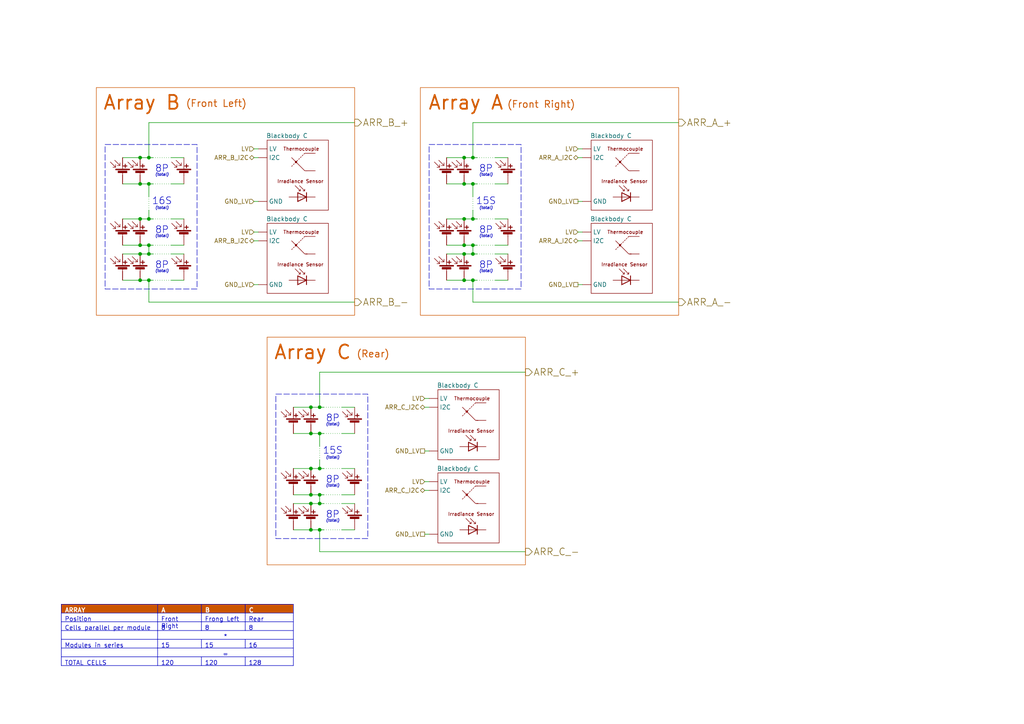
<source format=kicad_sch>
(kicad_sch (version 20250114) (generator "eeschema") (generator_version "9.0")
  (paper "A4")
  (title_block (title "Array"))
  (lib_symbols
    (symbol "BlackbodyC_1"
      (property "Value" "Blackbody C" (at -3.302 11.43 0))
      (symbol "BlackbodyC_1_0_1"
        (rectangle (start -8.89 10.16) (end 8.89 -10.16))
        (polyline (pts (xy -1.524 2.794) (xy -1.778 2.54)))
        (polyline (pts (xy -1.016 3.302) (xy -1.27 3.048)))
        (polyline (pts (xy -0.762 -3.048) (xy 0.762 -4.572) (xy 0.762 -4.064) (xy 0.762 -4.572) (xy 0.254 -4.572)))
        (circle (center -0.508 3.81) (radius 0.254) (fill (type outline)))
        (polyline (pts (xy -0.508 3.81) (xy -0.762 3.556)))
        (polyline (pts (xy 0 4.318) (xy -0.254 4.064)))
        (polyline (pts (xy 0 -6.35) (xy 2.54 -6.35)))
        (polyline (pts (xy 0 -6.35) (xy -1.27 -6.35) (xy -2.54 -6.35)))
        (polyline (pts (xy 0 -7.62) (xy 0 -5.08) (xy 2.54 -6.35) (xy 0 -7.62)) (stroke (width 0.254)))
        (polyline (pts (xy 0.508 4.826) (xy 0.254 4.572)))
        (polyline (pts (xy 0.508 -3.048) (xy 2.032 -4.572) (xy 2.032 -4.064)))
        (polyline (pts (xy 1.016 5.334) (xy 0.762 5.08)))
        (polyline (pts (xy 1.524 5.842) (xy 1.27 5.588)))
        (polyline (pts (xy 2.032 6.35) (xy 1.778 6.096)))
        (polyline (pts (xy 2.032 -4.572) (xy 1.524 -4.572)))
        (polyline (pts (xy 2.54 6.35) (xy 2.032 6.35)))
        (polyline (pts (xy 2.54 6.35) (xy 5.08 6.35)))
        (polyline (pts (xy 2.54 1.27) (xy 2.286 1.27)))
        (polyline (pts (xy 2.54 1.27) (xy 5.08 1.27)))
        (polyline (pts (xy 2.54 -5.08) (xy 2.54 -7.62)) (stroke (width 0.254)))
        (polyline (pts (xy 2.54 -6.35) (xy 5.08 -6.35)))
        (polyline (pts (xy 2.794 1.27) (xy 2.032 1.27) (xy -1.778 5.08)))
      )
      (symbol "BlackbodyC_1_1_1"
        (text "Irradiance Sensor" (at 0.762 -1.778 0) (effects (font (size 1 1))))
        (text "Thermocouple" (at 1.016 7.62 0) (effects (font (size 1 1))))
        (pin passive line (at -11.43 7.62 0) (length 2.54) (name "LV") (number ""))
        (pin passive line (at -11.43 5.08 0) (length 2.54) (name "I2C") (number ""))
        (pin passive line (at -11.43 -7.62 0) (length 2.54) (name "GND") (number ""))
      )
    )
    (symbol "BlackbodyC_6"
      (property "Value" "Blackbody C" (at -3.302 11.43 0))
      (symbol "BlackbodyC_6_0_1"
        (rectangle (start -8.89 10.16) (end 8.89 -10.16))
        (polyline (pts (xy -1.524 2.794) (xy -1.778 2.54)))
        (polyline (pts (xy -1.016 3.302) (xy -1.27 3.048)))
        (polyline (pts (xy -0.762 -3.048) (xy 0.762 -4.572) (xy 0.762 -4.064) (xy 0.762 -4.572) (xy 0.254 -4.572)))
        (circle (center -0.508 3.81) (radius 0.254) (fill (type outline)))
        (polyline (pts (xy -0.508 3.81) (xy -0.762 3.556)))
        (polyline (pts (xy 0 4.318) (xy -0.254 4.064)))
        (polyline (pts (xy 0 -6.35) (xy 2.54 -6.35)))
        (polyline (pts (xy 0 -6.35) (xy -1.27 -6.35) (xy -2.54 -6.35)))
        (polyline (pts (xy 0 -7.62) (xy 0 -5.08) (xy 2.54 -6.35) (xy 0 -7.62)) (stroke (width 0.254)))
        (polyline (pts (xy 0.508 4.826) (xy 0.254 4.572)))
        (polyline (pts (xy 0.508 -3.048) (xy 2.032 -4.572) (xy 2.032 -4.064)))
        (polyline (pts (xy 1.016 5.334) (xy 0.762 5.08)))
        (polyline (pts (xy 1.524 5.842) (xy 1.27 5.588)))
        (polyline (pts (xy 2.032 6.35) (xy 1.778 6.096)))
        (polyline (pts (xy 2.032 -4.572) (xy 1.524 -4.572)))
        (polyline (pts (xy 2.54 6.35) (xy 2.032 6.35)))
        (polyline (pts (xy 2.54 6.35) (xy 5.08 6.35)))
        (polyline (pts (xy 2.54 1.27) (xy 2.286 1.27)))
        (polyline (pts (xy 2.54 1.27) (xy 5.08 1.27)))
        (polyline (pts (xy 2.54 -5.08) (xy 2.54 -7.62)) (stroke (width 0.254)))
        (polyline (pts (xy 2.54 -6.35) (xy 5.08 -6.35)))
        (polyline (pts (xy 2.794 1.27) (xy 2.032 1.27) (xy -1.778 5.08)))
      )
      (symbol "BlackbodyC_6_1_1"
        (text "Irradiance Sensor" (at 0.762 -1.778 0) (effects (font (size 1 1))))
        (text "Thermocouple" (at 1.016 7.62 0) (effects (font (size 1 1))))
        (pin passive line (at -11.43 7.62 0) (length 2.54) (name "LV") (number ""))
        (pin passive line (at -11.43 5.08 0) (length 2.54) (name "I2C") (number ""))
        (pin passive line (at -11.43 -7.62 0) (length 2.54) (name "GND") (number ""))
      )
    )
    (symbol "BlackbodyC_7"
      (property "Value" "Blackbody C" (at -3.302 11.43 0))
      (symbol "BlackbodyC_7_0_1"
        (rectangle (start -8.89 10.16) (end 8.89 -10.16))
        (polyline (pts (xy -1.524 2.794) (xy -1.778 2.54)))
        (polyline (pts (xy -1.016 3.302) (xy -1.27 3.048)))
        (polyline (pts (xy -0.762 -3.048) (xy 0.762 -4.572) (xy 0.762 -4.064) (xy 0.762 -4.572) (xy 0.254 -4.572)))
        (circle (center -0.508 3.81) (radius 0.254) (fill (type outline)))
        (polyline (pts (xy -0.508 3.81) (xy -0.762 3.556)))
        (polyline (pts (xy 0 4.318) (xy -0.254 4.064)))
        (polyline (pts (xy 0 -6.35) (xy 2.54 -6.35)))
        (polyline (pts (xy 0 -6.35) (xy -1.27 -6.35) (xy -2.54 -6.35)))
        (polyline (pts (xy 0 -7.62) (xy 0 -5.08) (xy 2.54 -6.35) (xy 0 -7.62)) (stroke (width 0.254)))
        (polyline (pts (xy 0.508 4.826) (xy 0.254 4.572)))
        (polyline (pts (xy 0.508 -3.048) (xy 2.032 -4.572) (xy 2.032 -4.064)))
        (polyline (pts (xy 1.016 5.334) (xy 0.762 5.08)))
        (polyline (pts (xy 1.524 5.842) (xy 1.27 5.588)))
        (polyline (pts (xy 2.032 6.35) (xy 1.778 6.096)))
        (polyline (pts (xy 2.032 -4.572) (xy 1.524 -4.572)))
        (polyline (pts (xy 2.54 6.35) (xy 2.032 6.35)))
        (polyline (pts (xy 2.54 6.35) (xy 5.08 6.35)))
        (polyline (pts (xy 2.54 1.27) (xy 2.286 1.27)))
        (polyline (pts (xy 2.54 1.27) (xy 5.08 1.27)))
        (polyline (pts (xy 2.54 -5.08) (xy 2.54 -7.62)) (stroke (width 0.254)))
        (polyline (pts (xy 2.54 -6.35) (xy 5.08 -6.35)))
        (polyline (pts (xy 2.794 1.27) (xy 2.032 1.27) (xy -1.778 5.08)))
      )
      (symbol "BlackbodyC_7_1_1"
        (text "Irradiance Sensor" (at 0.762 -1.778 0) (effects (font (size 1 1))))
        (text "Thermocouple" (at 1.016 7.62 0) (effects (font (size 1 1))))
        (pin passive line (at -11.43 7.62 0) (length 2.54) (name "LV") (number ""))
        (pin passive line (at -11.43 5.08 0) (length 2.54) (name "I2C") (number ""))
        (pin passive line (at -11.43 -7.62 0) (length 2.54) (name "GND") (number ""))
      )
    )
    (symbol "BlackbodyC_8"
      (property "Value" "Blackbody C" (at -3.302 11.43 0))
      (symbol "BlackbodyC_8_0_1"
        (rectangle (start -8.89 10.16) (end 8.89 -10.16))
        (polyline (pts (xy -1.524 2.794) (xy -1.778 2.54)))
        (polyline (pts (xy -1.016 3.302) (xy -1.27 3.048)))
        (polyline (pts (xy -0.762 -3.048) (xy 0.762 -4.572) (xy 0.762 -4.064) (xy 0.762 -4.572) (xy 0.254 -4.572)))
        (circle (center -0.508 3.81) (radius 0.254) (fill (type outline)))
        (polyline (pts (xy -0.508 3.81) (xy -0.762 3.556)))
        (polyline (pts (xy 0 4.318) (xy -0.254 4.064)))
        (polyline (pts (xy 0 -6.35) (xy 2.54 -6.35)))
        (polyline (pts (xy 0 -6.35) (xy -1.27 -6.35) (xy -2.54 -6.35)))
        (polyline (pts (xy 0 -7.62) (xy 0 -5.08) (xy 2.54 -6.35) (xy 0 -7.62)) (stroke (width 0.254)))
        (polyline (pts (xy 0.508 4.826) (xy 0.254 4.572)))
        (polyline (pts (xy 0.508 -3.048) (xy 2.032 -4.572) (xy 2.032 -4.064)))
        (polyline (pts (xy 1.016 5.334) (xy 0.762 5.08)))
        (polyline (pts (xy 1.524 5.842) (xy 1.27 5.588)))
        (polyline (pts (xy 2.032 6.35) (xy 1.778 6.096)))
        (polyline (pts (xy 2.032 -4.572) (xy 1.524 -4.572)))
        (polyline (pts (xy 2.54 6.35) (xy 2.032 6.35)))
        (polyline (pts (xy 2.54 6.35) (xy 5.08 6.35)))
        (polyline (pts (xy 2.54 1.27) (xy 2.286 1.27)))
        (polyline (pts (xy 2.54 1.27) (xy 5.08 1.27)))
        (polyline (pts (xy 2.54 -5.08) (xy 2.54 -7.62)) (stroke (width 0.254)))
        (polyline (pts (xy 2.54 -6.35) (xy 5.08 -6.35)))
        (polyline (pts (xy 2.794 1.27) (xy 2.032 1.27) (xy -1.778 5.08)))
      )
      (symbol "BlackbodyC_8_1_1"
        (text "Irradiance Sensor" (at 0.762 -1.778 0) (effects (font (size 1 1))))
        (text "Thermocouple" (at 1.016 7.62 0) (effects (font (size 1 1))))
        (pin passive line (at -11.43 7.62 0) (length 2.54) (name "LV") (number ""))
        (pin passive line (at -11.43 5.08 0) (length 2.54) (name "I2C") (number ""))
        (pin passive line (at -11.43 -7.62 0) (length 2.54) (name "GND") (number ""))
      )
    )
    (symbol "BlackbodyC_9"
      (property "Value" "Blackbody C" (at -3.302 11.43 0))
      (symbol "BlackbodyC_9_0_1"
        (rectangle (start -8.89 10.16) (end 8.89 -10.16))
        (polyline (pts (xy -1.524 2.794) (xy -1.778 2.54)))
        (polyline (pts (xy -1.016 3.302) (xy -1.27 3.048)))
        (polyline (pts (xy -0.762 -3.048) (xy 0.762 -4.572) (xy 0.762 -4.064) (xy 0.762 -4.572) (xy 0.254 -4.572)))
        (circle (center -0.508 3.81) (radius 0.254) (fill (type outline)))
        (polyline (pts (xy -0.508 3.81) (xy -0.762 3.556)))
        (polyline (pts (xy 0 4.318) (xy -0.254 4.064)))
        (polyline (pts (xy 0 -6.35) (xy 2.54 -6.35)))
        (polyline (pts (xy 0 -6.35) (xy -1.27 -6.35) (xy -2.54 -6.35)))
        (polyline (pts (xy 0 -7.62) (xy 0 -5.08) (xy 2.54 -6.35) (xy 0 -7.62)) (stroke (width 0.254)))
        (polyline (pts (xy 0.508 4.826) (xy 0.254 4.572)))
        (polyline (pts (xy 0.508 -3.048) (xy 2.032 -4.572) (xy 2.032 -4.064)))
        (polyline (pts (xy 1.016 5.334) (xy 0.762 5.08)))
        (polyline (pts (xy 1.524 5.842) (xy 1.27 5.588)))
        (polyline (pts (xy 2.032 6.35) (xy 1.778 6.096)))
        (polyline (pts (xy 2.032 -4.572) (xy 1.524 -4.572)))
        (polyline (pts (xy 2.54 6.35) (xy 2.032 6.35)))
        (polyline (pts (xy 2.54 6.35) (xy 5.08 6.35)))
        (polyline (pts (xy 2.54 1.27) (xy 2.286 1.27)))
        (polyline (pts (xy 2.54 1.27) (xy 5.08 1.27)))
        (polyline (pts (xy 2.54 -5.08) (xy 2.54 -7.62)) (stroke (width 0.254)))
        (polyline (pts (xy 2.54 -6.35) (xy 5.08 -6.35)))
        (polyline (pts (xy 2.794 1.27) (xy 2.032 1.27) (xy -1.778 5.08)))
      )
      (symbol "BlackbodyC_9_1_1"
        (text "Irradiance Sensor" (at 0.762 -1.778 0) (effects (font (size 1 1))))
        (text "Thermocouple" (at 1.016 7.62 0) (effects (font (size 1 1))))
        (pin passive line (at -11.43 7.62 0) (length 2.54) (name "LV") (number ""))
        (pin passive line (at -11.43 5.08 0) (length 2.54) (name "I2C") (number ""))
        (pin passive line (at -11.43 -7.62 0) (length 2.54) (name "GND") (number ""))
      )
    )
    (symbol "Device:Solar_Cell" (pin_numbers (hide yes)) (pin_names (offset 0) (hide yes))
      (property "Reference" "SC" (at 2.54 2.54 0))
      (property "Value" "Solar_Cell" (at 2.54 0 0))
      (symbol "Solar_Cell_0_1"
        (polyline (pts (xy -2.032 3.048) (xy -2.032 2.286) (xy -2.794 2.286)))
        (polyline (pts (xy -2.032 2.286) (xy -3.556 3.81)))
        (rectangle (start -2.032 1.778) (end 2.032 1.524) (fill (type outline)))
        (rectangle (start -1.3208 1.1938) (end 1.27 0.6858) (fill (type outline)))
        (polyline (pts (xy -0.762 3.556) (xy -0.762 2.794) (xy -1.524 2.794)))
        (polyline (pts (xy -0.762 2.794) (xy -2.286 4.318)))
        (polyline (pts (xy 0 1.778) (xy 0 2.54)))
        (polyline (pts (xy 0 0.762) (xy 0 0)))
        (polyline (pts (xy 0.254 2.667) (xy 1.27 2.667)) (stroke (width 0.254)))
        (polyline (pts (xy 0.762 3.175) (xy 0.762 2.159)) (stroke (width 0.254)))
      )
      (symbol "Solar_Cell_1_1"
        (pin passive line (at 0 5.08 270) (length 2.54) (name "+") (number "1"))
        (pin passive line (at 0 -2.54 90) (length 2.54) (name "-") (number "2"))
      )
    )
    (symbol "lib:BlackbodyC"
      (property "Value" "Blackbody C" (at -3.302 11.43 0))
      (symbol "BlackbodyC_0_1"
        (rectangle (start -8.89 10.16) (end 8.89 -10.16))
        (polyline (pts (xy -1.524 2.794) (xy -1.778 2.54)))
        (polyline (pts (xy -1.016 3.302) (xy -1.27 3.048)))
        (polyline (pts (xy -0.762 -3.048) (xy 0.762 -4.572) (xy 0.762 -4.064) (xy 0.762 -4.572) (xy 0.254 -4.572)))
        (circle (center -0.508 3.81) (radius 0.254) (fill (type outline)))
        (polyline (pts (xy -0.508 3.81) (xy -0.762 3.556)))
        (polyline (pts (xy 0 4.318) (xy -0.254 4.064)))
        (polyline (pts (xy 0 -6.35) (xy 2.54 -6.35)))
        (polyline (pts (xy 0 -6.35) (xy -1.27 -6.35) (xy -2.54 -6.35)))
        (polyline (pts (xy 0 -7.62) (xy 0 -5.08) (xy 2.54 -6.35) (xy 0 -7.62)) (stroke (width 0.254)))
        (polyline (pts (xy 0.508 4.826) (xy 0.254 4.572)))
        (polyline (pts (xy 0.508 -3.048) (xy 2.032 -4.572) (xy 2.032 -4.064)))
        (polyline (pts (xy 1.016 5.334) (xy 0.762 5.08)))
        (polyline (pts (xy 1.524 5.842) (xy 1.27 5.588)))
        (polyline (pts (xy 2.032 6.35) (xy 1.778 6.096)))
        (polyline (pts (xy 2.032 -4.572) (xy 1.524 -4.572)))
        (polyline (pts (xy 2.54 6.35) (xy 2.032 6.35)))
        (polyline (pts (xy 2.54 6.35) (xy 5.08 6.35)))
        (polyline (pts (xy 2.54 1.27) (xy 2.286 1.27)))
        (polyline (pts (xy 2.54 1.27) (xy 5.08 1.27)))
        (polyline (pts (xy 2.54 -5.08) (xy 2.54 -7.62)) (stroke (width 0.254)))
        (polyline (pts (xy 2.54 -6.35) (xy 5.08 -6.35)))
        (polyline (pts (xy 2.794 1.27) (xy 2.032 1.27) (xy -1.778 5.08)))
      )
      (symbol "BlackbodyC_1_1"
        (text "Irradiance Sensor" (at 0.762 -1.778 0) (effects (font (size 1 1))))
        (text "Thermocouple" (at 1.016 7.62 0) (effects (font (size 1 1))))
        (pin passive line (at -11.43 7.62 0) (length 2.54) (name "LV") (number ""))
        (pin passive line (at -11.43 5.08 0) (length 2.54) (name "I2C") (number ""))
        (pin passive line (at -11.43 -7.62 0) (length 2.54) (name "GND") (number ""))
      )
    )
  )
  (rectangle (start 124.46 41.91) (end 151.13 83.82) (stroke (width 0) (type dash)))
  (rectangle (start 77.47 97.79) (end 152.4 163.83) (stroke (width 0) (color 204 85 0 1)))
  (rectangle (start 121.92 25.4) (end 196.85 91.44) (stroke (width 0) (color 204 85 0 1)))
  (rectangle (start 30.48 41.91) (end 57.15 83.82) (stroke (width 0) (type dash)))
  (rectangle (start 27.94 25.4) (end 102.87 91.44) (stroke (width 0) (color 204 85 0 1)))
  (rectangle (start 80.01 114.3) (end 106.68 156.21) (stroke (width 0) (type dash)))
  (text "(total)" (at 46.99 78.74 0) (effects (font (size 0.8 0.8) (italic yes))))
  (text "(Front Left)" (at 62.738 30.226 0) (effects (font (size 2 2) (thickness 0.25))))
  (text "8P" (at 140.97 49.022 0) (effects (font (size 2 2))))
  (text "(total)" (at 46.99 50.8 0) (effects (font (size 0.8 0.8) (italic yes))))
  (text "Array B" (at 41.148 29.972 0) (effects (font (size 4 4) (thickness 0.508) (bold yes))))
  (text "15S" (at 140.97 58.42 0) (effects (font (size 2 2))))
  (text "(total)" (at 140.97 60.452 0) (effects (font (size 0.8 0.8) (italic yes))))
  (text "8P" (at 46.99 76.962 0) (effects (font (size 2 2))))
  (text "16S" (at 46.99 58.42 0) (effects (font (size 2 2))))
  (text "8P" (at 96.52 121.412 0) (effects (font (size 2 2))))
  (text "15S" (at 96.52 130.81 0) (effects (font (size 2 2))))
  (text "(total)" (at 140.97 78.74 0) (effects (font (size 0.8 0.8) (italic yes))))
  (text "8P" (at 96.52 149.352 0) (effects (font (size 2 2))))
  (text "Array C" (at 90.678 102.362 0) (effects (font (size 4 4) (thickness 0.508) (bold yes))))
  (text "(total)" (at 96.52 132.842 0) (effects (font (size 0.8 0.8) (italic yes))))
  (text "8P" (at 46.99 49.022 0) (effects (font (size 2 2))))
  (text "(total)" (at 96.52 123.19 0) (effects (font (size 0.8 0.8) (italic yes))))
  (text "8P" (at 140.97 76.962 0) (effects (font (size 2 2))))
  (text "8P" (at 46.99 66.802 0) (effects (font (size 2 2))))
  (text "(total)" (at 140.97 68.58 0) (effects (font (size 0.8 0.8) (italic yes))))
  (text "8P" (at 96.52 139.192 0) (effects (font (size 2 2))))
  (text "Array A" (at 135.128 29.972 0) (effects (font (size 4 4) (thickness 0.508) (bold yes))))
  (text "(total)" (at 140.97 50.8 0) (effects (font (size 0.8 0.8) (italic yes))))
  (text "(total)" (at 96.52 140.97 0) (effects (font (size 0.8 0.8) (italic yes))))
  (text "(total)" (at 96.52 151.13 0) (effects (font (size 0.8 0.8) (italic yes))))
  (text "(total)" (at 46.99 60.452 0) (effects (font (size 0.8 0.8) (italic yes))))
  (text "(Front Right)" (at 156.972 30.48 0) (effects (font (size 2 2) (thickness 0.25))))
  (text "(Rear)" (at 108.204 102.87 0) (effects (font (size 2 2) (thickness 0.25))))
  (text "8P" (at 140.97 66.802 0) (effects (font (size 2 2))))
  (text "(total)" (at 46.99 68.58 0) (effects (font (size 0.8 0.8) (italic yes))))
  (junction (at 137.16 81.28))
  (junction (at 40.64 45.72))
  (junction (at 137.16 45.72))
  (junction (at 134.62 63.5))
  (junction (at 134.62 53.34))
  (junction (at 92.71 146.05))
  (junction (at 40.64 63.5))
  (junction (at 137.16 71.12))
  (junction (at 137.16 73.66))
  (junction (at 134.62 81.28))
  (junction (at 90.17 125.73))
  (junction (at 134.62 71.12))
  (junction (at 134.62 73.66))
  (junction (at 134.62 45.72))
  (junction (at 90.17 143.51))
  (junction (at 90.17 153.67))
  (junction (at 43.18 81.28))
  (junction (at 137.16 53.34))
  (junction (at 90.17 135.89))
  (junction (at 43.18 73.66))
  (junction (at 43.18 63.5))
  (junction (at 137.16 63.5))
  (junction (at 90.17 146.05))
  (junction (at 92.71 118.11))
  (junction (at 92.71 125.73))
  (junction (at 40.64 73.66))
  (junction (at 92.71 143.51))
  (junction (at 43.18 45.72))
  (junction (at 92.71 135.89))
  (junction (at 90.17 118.11))
  (junction (at 40.64 71.12))
  (junction (at 40.64 81.28))
  (junction (at 43.18 53.34))
  (junction (at 40.64 53.34))
  (junction (at 92.71 153.67))
  (junction (at 43.18 71.12))
  (wire (pts (xy 99.06 125.73) (xy 102.87 125.73)))
  (wire (pts (xy 49.53 45.72) (xy 53.34 45.72)))
  (wire (pts (xy 73.66 45.72) (xy 74.93 45.72)))
  (wire (pts (xy 92.71 125.73) (xy 93.98 125.73)))
  (wire (pts (xy 73.66 67.31) (xy 74.93 67.31)))
  (wire (pts (xy 40.64 81.28) (xy 43.18 81.28)))
  (wire (pts (xy 90.17 125.73) (xy 92.71 125.73)))
  (wire (pts (xy 134.62 63.5) (xy 137.16 63.5)))
  (wire (pts (xy 40.64 53.34) (xy 43.18 53.34)))
  (wire (pts (xy 137.16 53.34) (xy 138.43 53.34)))
  (wire (pts (xy 129.54 71.12) (xy 134.62 71.12)))
  (wire (pts (xy 134.62 73.66) (xy 137.16 73.66)))
  (wire (pts (xy 99.06 135.89) (xy 102.87 135.89)))
  (wire (pts (xy 137.16 60.96) (xy 137.16 57.15)) (stroke (width 0) (type dot)))
  (wire (pts (xy 43.18 73.66) (xy 44.45 73.66)))
  (wire (pts (xy 93.98 146.05) (xy 99.06 146.05)) (stroke (width 0) (type dot)))
  (wire (pts (xy 143.51 53.34) (xy 147.32 53.34)))
  (wire (pts (xy 99.06 143.51) (xy 102.87 143.51)))
  (wire (pts (xy 93.98 135.89) (xy 99.06 135.89)) (stroke (width 0) (type dot)))
  (wire (pts (xy 35.56 71.12) (xy 40.64 71.12)))
  (wire (pts (xy 43.18 45.72) (xy 44.45 45.72)))
  (wire (pts (xy 49.53 81.28) (xy 53.34 81.28)))
  (wire (pts (xy 134.62 81.28) (xy 137.16 81.28)))
  (wire (pts (xy 143.51 81.28) (xy 147.32 81.28)))
  (wire (pts (xy 137.16 63.5) (xy 138.43 63.5)))
  (wire (pts (xy 138.43 63.5) (xy 143.51 63.5)) (stroke (width 0) (type dot)))
  (wire (pts (xy 137.16 45.72) (xy 138.43 45.72)))
  (wire (pts (xy 123.19 139.7) (xy 124.46 139.7)))
  (wire (pts (xy 73.66 58.42) (xy 74.93 58.42)))
  (wire (pts (xy 137.16 53.34) (xy 137.16 57.15)))
  (wire (pts (xy 93.98 125.73) (xy 99.06 125.73)) (stroke (width 0) (type dot)))
  (wire (pts (xy 137.16 73.66) (xy 138.43 73.66)))
  (wire (pts (xy 92.71 125.73) (xy 92.71 129.54)))
  (wire (pts (xy 92.71 135.89) (xy 93.98 135.89)))
  (wire (pts (xy 43.18 35.56) (xy 102.87 35.56)))
  (wire (pts (xy 92.71 143.51) (xy 92.71 146.05)))
  (wire (pts (xy 35.56 53.34) (xy 40.64 53.34)))
  (wire (pts (xy 85.09 118.11) (xy 90.17 118.11)))
  (wire (pts (xy 167.64 45.72) (xy 168.91 45.72)))
  (wire (pts (xy 93.98 118.11) (xy 99.06 118.11)) (stroke (width 0) (type dot)))
  (wire (pts (xy 43.18 87.63) (xy 102.87 87.63)))
  (wire (pts (xy 35.56 63.5) (xy 40.64 63.5)))
  (wire (pts (xy 138.43 73.66) (xy 143.51 73.66)) (stroke (width 0) (type dot)))
  (wire (pts (xy 40.64 71.12) (xy 43.18 71.12)))
  (wire (pts (xy 43.18 81.28) (xy 44.45 81.28)))
  (wire (pts (xy 40.64 73.66) (xy 43.18 73.66)))
  (wire (pts (xy 85.09 143.51) (xy 90.17 143.51)))
  (wire (pts (xy 85.09 146.05) (xy 90.17 146.05)))
  (wire (pts (xy 85.09 125.73) (xy 90.17 125.73)))
  (wire (pts (xy 137.16 81.28) (xy 138.43 81.28)))
  (wire (pts (xy 137.16 35.56) (xy 196.85 35.56)))
  (wire (pts (xy 43.18 60.96) (xy 43.18 63.5)))
  (wire (pts (xy 43.18 71.12) (xy 43.18 73.66)))
  (wire (pts (xy 85.09 153.67) (xy 90.17 153.67)))
  (wire (pts (xy 167.64 67.31) (xy 168.91 67.31)))
  (wire (pts (xy 129.54 73.66) (xy 134.62 73.66)))
  (wire (pts (xy 85.09 135.89) (xy 90.17 135.89)))
  (wire (pts (xy 90.17 146.05) (xy 92.71 146.05)))
  (wire (pts (xy 92.71 153.67) (xy 92.71 160.02)))
  (wire (pts (xy 134.62 53.34) (xy 137.16 53.34)))
  (wire (pts (xy 99.06 153.67) (xy 102.87 153.67)))
  (wire (pts (xy 129.54 53.34) (xy 134.62 53.34)))
  (wire (pts (xy 43.18 60.96) (xy 43.18 57.15)) (stroke (width 0) (type dot)))
  (wire (pts (xy 43.18 81.28) (xy 43.18 87.63)))
  (wire (pts (xy 35.56 73.66) (xy 40.64 73.66)))
  (wire (pts (xy 73.66 69.85) (xy 74.93 69.85)))
  (wire (pts (xy 167.64 82.55) (xy 168.91 82.55)))
  (wire (pts (xy 43.18 53.34) (xy 43.18 57.15)))
  (wire (pts (xy 167.64 69.85) (xy 168.91 69.85)))
  (wire (pts (xy 35.56 45.72) (xy 40.64 45.72)))
  (wire (pts (xy 73.66 82.55) (xy 74.93 82.55)))
  (wire (pts (xy 167.64 43.18) (xy 168.91 43.18)))
  (wire (pts (xy 137.16 60.96) (xy 137.16 63.5)))
  (wire (pts (xy 138.43 71.12) (xy 143.51 71.12)) (stroke (width 0) (type dot)))
  (wire (pts (xy 90.17 118.11) (xy 92.71 118.11)))
  (wire (pts (xy 90.17 153.67) (xy 92.71 153.67)))
  (wire (pts (xy 137.16 81.28) (xy 137.16 87.63)))
  (wire (pts (xy 129.54 81.28) (xy 134.62 81.28)))
  (wire (pts (xy 44.45 63.5) (xy 49.53 63.5)) (stroke (width 0) (type dot)))
  (wire (pts (xy 40.64 63.5) (xy 43.18 63.5)))
  (wire (pts (xy 35.56 81.28) (xy 40.64 81.28)))
  (wire (pts (xy 134.62 71.12) (xy 137.16 71.12)))
  (wire (pts (xy 90.17 143.51) (xy 92.71 143.51)))
  (wire (pts (xy 134.62 45.72) (xy 137.16 45.72)))
  (wire (pts (xy 49.53 53.34) (xy 53.34 53.34)))
  (wire (pts (xy 92.71 143.51) (xy 93.98 143.51)))
  (wire (pts (xy 92.71 133.35) (xy 92.71 129.54)) (stroke (width 0) (type dot)))
  (wire (pts (xy 49.53 71.12) (xy 53.34 71.12)))
  (wire (pts (xy 123.19 115.57) (xy 124.46 115.57)))
  (wire (pts (xy 167.64 58.42) (xy 168.91 58.42)))
  (wire (pts (xy 123.19 142.24) (xy 124.46 142.24)))
  (wire (pts (xy 137.16 71.12) (xy 138.43 71.12)))
  (wire (pts (xy 123.19 118.11) (xy 124.46 118.11)))
  (wire (pts (xy 92.71 160.02) (xy 152.4 160.02)))
  (wire (pts (xy 49.53 63.5) (xy 53.34 63.5)))
  (wire (pts (xy 92.71 133.35) (xy 92.71 135.89)))
  (wire (pts (xy 93.98 143.51) (xy 99.06 143.51)) (stroke (width 0) (type dot)))
  (wire (pts (xy 138.43 81.28) (xy 143.51 81.28)) (stroke (width 0) (type dot)))
  (wire (pts (xy 43.18 71.12) (xy 44.45 71.12)))
  (wire (pts (xy 137.16 45.72) (xy 137.16 35.56)))
  (wire (pts (xy 44.45 73.66) (xy 49.53 73.66)) (stroke (width 0) (type dot)))
  (wire (pts (xy 143.51 71.12) (xy 147.32 71.12)))
  (wire (pts (xy 143.51 63.5) (xy 147.32 63.5)))
  (wire (pts (xy 143.51 45.72) (xy 147.32 45.72)))
  (wire (pts (xy 129.54 63.5) (xy 134.62 63.5)))
  (wire (pts (xy 138.43 53.34) (xy 143.51 53.34)) (stroke (width 0) (type dot)))
  (wire (pts (xy 92.71 146.05) (xy 93.98 146.05)))
  (wire (pts (xy 92.71 107.95) (xy 152.4 107.95)))
  (wire (pts (xy 99.06 146.05) (xy 102.87 146.05)))
  (wire (pts (xy 123.19 154.94) (xy 124.46 154.94)))
  (wire (pts (xy 43.18 53.34) (xy 44.45 53.34)))
  (wire (pts (xy 137.16 87.63) (xy 196.85 87.63)))
  (wire (pts (xy 44.45 81.28) (xy 49.53 81.28)) (stroke (width 0) (type dot)))
  (wire (pts (xy 99.06 118.11) (xy 102.87 118.11)))
  (wire (pts (xy 49.53 73.66) (xy 53.34 73.66)))
  (wire (pts (xy 138.43 45.72) (xy 143.51 45.72)) (stroke (width 0) (type dot)))
  (wire (pts (xy 44.45 71.12) (xy 49.53 71.12)) (stroke (width 0) (type dot)))
  (wire (pts (xy 129.54 45.72) (xy 134.62 45.72)))
  (wire (pts (xy 92.71 118.11) (xy 92.71 107.95)))
  (wire (pts (xy 92.71 118.11) (xy 93.98 118.11)))
  (wire (pts (xy 43.18 63.5) (xy 44.45 63.5)))
  (wire (pts (xy 143.51 73.66) (xy 147.32 73.66)))
  (wire (pts (xy 92.71 153.67) (xy 93.98 153.67)))
  (wire (pts (xy 137.16 71.12) (xy 137.16 73.66)))
  (wire (pts (xy 93.98 153.67) (xy 99.06 153.67)) (stroke (width 0) (type dot)))
  (wire (pts (xy 123.19 130.81) (xy 124.46 130.81)))
  (wire (pts (xy 44.45 53.34) (xy 49.53 53.34)) (stroke (width 0) (type dot)))
  (wire (pts (xy 43.18 45.72) (xy 43.18 35.56)))
  (wire (pts (xy 40.64 45.72) (xy 43.18 45.72)))
  (wire (pts (xy 90.17 135.89) (xy 92.71 135.89)))
  (wire (pts (xy 44.45 45.72) (xy 49.53 45.72)) (stroke (width 0) (type dot)))
  (wire (pts (xy 73.66 43.18) (xy 74.93 43.18)))
  (table (column_count 4) (border (external yes) (header yes)) (separators (rows yes) (cols yes)) (column_widths 27.94 12.7 12.7 13.97) (row_heights 2.54 2.54 2.54 2.54 2.54 2.54 2.54) (cells (table_cell "ARRAY" (at 17.78 175.26 0) (size 27.94 2.54) (margins 0.9525 0.9525 0.9525 0.9525) (span 1 1) (fill (type color) (color 204 85 0 1))) (table_cell "A" (at 45.72 175.26 0) (size 12.7 2.54) (margins 0.9525 0.9525 0.9525 0.9525) (span 1 1) (fill (type color) (color 204 85 0 1))) (table_cell "B" (at 58.42 175.26 0) (size 12.7 2.54) (margins 0.9525 0.9525 0.9525 0.9525) (span 1 1) (fill (type color) (color 204 85 0 1))) (table_cell "C" (at 71.12 175.26 0) (size 13.97 2.54) (margins 0.9525 0.9525 0.9525 0.9525) (span 1 1) (fill (type color) (color 204 85 0 1))) (table_cell "Position" (at 17.78 177.8 0) (size 27.94 2.54) (margins 0.9525 0.9525 0.9525 0.9525) (span 1 1)) (table_cell "Front Right" (at 45.72 177.8 0) (size 12.7 2.54) (margins 0.9525 0.9525 0.9525 0.9525) (span 1 1)) (table_cell "Frong Left" (at 58.42 177.8 0) (size 12.7 2.54) (margins 0.9525 0.9525 0.9525 0.9525) (span 1 1)) (table_cell "Rear" (at 71.12 177.8 0) (size 13.97 2.54) (margins 0.9525 0.9525 0.9525 0.9525) (span 1 1)) (table_cell "Cells parallel per module" (at 17.78 180.34 0) (size 27.94 2.54) (margins 0.9525 0.9525 0.9525 0.9525) (span 1 1)) (table_cell "8" (at 45.72 180.34 0) (size 12.7 2.54) (margins 0.9525 0.9525 0.9525 0.9525) (span 1 1)) (table_cell "8" (at 58.42 180.34 0) (size 12.7 2.54) (margins 0.9525 0.9525 0.9525 0.9525) (span 1 1)) (table_cell "8" (at 71.12 180.34 0) (size 13.97 2.54) (margins 0.9525 0.9525 0.9525 0.9525) (span 1 1)) (table_cell "" (at 17.78 182.88 0) (size 27.94 2.54) (margins 0.9525 0.9525 0.9525 0.9525) (span 1 1)) (table_cell "*" (at 45.72 182.88 0) (size 39.37 2.54) (margins 0.9525 0.9525 0.9525 0.9525) (span 3 1)) (table_cell "rgb(124, 124, 124)" (at 58.42 182.88 0) (size 12.7 2.54) (margins 0.9525 0.9525 0.9525 0.9525) (span 0 0)) (table_cell "rgb(124, 124, 124)" (at 71.12 182.88 0) (size 13.97 2.54) (margins 0.9525 0.9525 0.9525 0.9525) (span 0 0)) (table_cell "Modules in series" (at 17.78 185.42 0) (size 27.94 2.54) (margins 0.9525 0.9525 0.9525 0.9525) (span 1 1)) (table_cell "15" (at 45.72 185.42 0) (size 12.7 2.54) (margins 0.9525 0.9525 0.9525 0.9525) (span 1 1)) (table_cell "15" (at 58.42 185.42 0) (size 12.7 2.54) (margins 0.9525 0.9525 0.9525 0.9525) (span 1 1)) (table_cell "16" (at 71.12 185.42 0) (size 13.97 2.54) (margins 0.9525 0.9525 0.9525 0.9525) (span 1 1)) (table_cell "" (at 17.78 187.96 0) (size 27.94 2.54) (margins 0.9525 0.9525 0.9525 0.9525) (span 1 1)) (table_cell "=" (at 45.72 187.96 0) (size 39.37 2.54) (margins 0.9525 0.9525 0.9525 0.9525) (span 3 1)) (table_cell "rgb(124, 124, 124)" (at 58.42 187.96 0) (size 12.7 2.54) (margins 0.9525 0.9525 0.9525 0.9525) (span 0 0)) (table_cell "rgb(124, 124, 124)" (at 71.12 187.96 0) (size 13.97 2.54) (margins 0.9525 0.9525 0.9525 0.9525) (span 0 0)) (table_cell "TOTAL CELLS" (at 17.78 190.5 0) (size 27.94 2.54) (margins 0.9525 0.9525 0.9525 0.9525) (span 1 1)) (table_cell "120" (at 45.72 190.5 0) (size 12.7 2.54) (margins 0.9525 0.9525 0.9525 0.9525) (span 1 1)) (table_cell "120" (at 58.42 190.5 0) (size 12.7 2.54) (margins 0.9525 0.9525 0.9525 0.9525) (span 1 1)) (table_cell "128" (at 71.12 190.5 0) (size 13.97 2.54) (margins 0.9525 0.9525 0.9525 0.9525) (span 1 1))))
  (hierarchical_label "LV" (shape input) (at 167.64 43.18 180))
  (hierarchical_label "GND_LV" (shape passive) (at 123.19 154.94 180))
  (hierarchical_label "LV" (shape input) (at 167.64 67.31 180))
  (hierarchical_label "ARR_C_-" (shape output) (at 152.4 160.02 0) (effects (font (size 2 2))))
  (hierarchical_label "GND_LV" (shape input) (at 73.66 82.55 180))
  (hierarchical_label "ARR_C_+" (shape output) (at 152.4 107.95 0) (effects (font (size 2 2))))
  (hierarchical_label "ARR_B_I2C" (shape bidirectional) (at 73.66 69.85 180))
  (hierarchical_label "ARR_C_I2C" (shape bidirectional) (at 123.19 118.11 180))
  (hierarchical_label "ARR_B_I2C" (shape bidirectional) (at 73.66 45.72 180))
  (hierarchical_label "ARR_A_I2C" (shape bidirectional) (at 167.64 45.72 180))
  (hierarchical_label "LV" (shape input) (at 73.66 43.18 180))
  (hierarchical_label "ARR_B_-" (shape output) (at 102.87 87.63 0) (effects (font (size 2 2))))
  (hierarchical_label "ARR_C_I2C" (shape bidirectional) (at 123.19 142.24 180))
  (hierarchical_label "LV" (shape input) (at 123.19 115.57 180))
  (hierarchical_label "GND_LV" (shape input) (at 73.66 58.42 180))
  (hierarchical_label "ARR_A_I2C" (shape bidirectional) (at 167.64 69.85 180))
  (hierarchical_label "ARR_A_-" (shape output) (at 196.85 87.63 0) (effects (font (size 2 2))))
  (hierarchical_label "ARR_B_+" (shape output) (at 102.87 35.56 0) (effects (font (size 2 2))))
  (hierarchical_label "LV" (shape input) (at 123.19 139.7 180))
  (hierarchical_label "ARR_A_+" (shape output) (at 196.85 35.56 0) (effects (font (size 2 2))))
  (hierarchical_label "GND_LV" (shape passive) (at 123.19 130.81 180))
  (hierarchical_label "GND_LV" (shape passive) (at 167.64 82.55 180))
  (hierarchical_label "LV" (shape input) (at 73.66 67.31 180))
  (hierarchical_label "GND_LV" (shape passive) (at 167.64 58.42 180))
  (symbol (lib_id "Device:Solar_Cell") (at 85.09 140.97 0) (unit 1)
    (property "Reference" "SC38" (effects (hide yes)))
    (property "Value" "Solar_Cell" (effects (hide yes)))
    (property "Description" "Single solar cell" (effects (hide yes)))
  )
  (symbol (lib_id "Device:Solar_Cell") (at 53.34 78.74 0) (unit 1)
    (property "Reference" "SC30" (effects (hide yes)))
    (property "Value" "Solar_Cell" (effects (hide yes)))
    (property "Description" "Single solar cell" (effects (hide yes)))
  )
  (symbol (lib_id "Device:Solar_Cell") (at 40.64 50.8 0) (unit 1)
    (property "Reference" "SC25" (effects (hide yes)))
    (property "Value" "Solar_Cell" (effects (hide yes)))
    (property "Description" "Single solar cell" (effects (hide yes)))
  )
  (symbol (lib_name "BlackbodyC_1") (lib_id "lib:BlackbodyC") (at 86.36 74.93 0) (unit 1)
    (property "Reference" "U3" (effects (hide yes)))
    (property "Value" "Blackbody C" (at 77.216 63.5 0) (effects (justify left)))
  )
  (symbol (lib_id "Device:Solar_Cell") (at 129.54 78.74 0) (unit 1)
    (property "Reference" "SC5" (effects (hide yes)))
    (property "Value" "Solar_Cell" (effects (hide yes)))
    (property "Description" "Single solar cell" (effects (hide yes)))
  )
  (symbol (lib_id "Device:Solar_Cell") (at 35.56 78.74 0) (unit 1)
    (property "Reference" "SC24" (effects (hide yes)))
    (property "Value" "Solar_Cell" (effects (hide yes)))
    (property "Description" "Single solar cell" (effects (hide yes)))
  )
  (symbol (lib_id "Device:Solar_Cell") (at 129.54 50.8 0) (unit 1)
    (property "Reference" "SC3" (effects (hide yes)))
    (property "Value" "Solar_Cell" (effects (hide yes)))
    (property "Description" "Single solar cell" (effects (hide yes)))
  )
  (symbol (lib_id "Device:Solar_Cell") (at 134.62 68.58 0) (unit 1)
    (property "Reference" "SC32" (effects (hide yes)))
    (property "Value" "Solar_Cell" (effects (hide yes)))
    (property "Description" "Single solar cell" (effects (hide yes)))
  )
  (symbol (lib_id "Device:Solar_Cell") (at 90.17 140.97 0) (unit 1)
    (property "Reference" "SC41" (effects (hide yes)))
    (property "Value" "Solar_Cell" (effects (hide yes)))
    (property "Description" "Single solar cell" (effects (hide yes)))
  )
  (symbol (lib_name "BlackbodyC_6") (lib_id "lib:BlackbodyC") (at 180.34 74.93 0) (unit 1)
    (property "Reference" "U17" (effects (hide yes)))
    (property "Value" "Blackbody C" (at 171.196 63.5 0) (effects (justify left)))
  )
  (symbol (lib_id "Device:Solar_Cell") (at 85.09 123.19 0) (unit 1)
    (property "Reference" "SC37" (effects (hide yes)))
    (property "Value" "Solar_Cell" (effects (hide yes)))
    (property "Description" "Single solar cell" (effects (hide yes)))
  )
  (symbol (lib_id "Device:Solar_Cell") (at 147.32 50.8 0) (unit 1)
    (property "Reference" "SC34" (effects (hide yes)))
    (property "Value" "Solar_Cell" (effects (hide yes)))
    (property "Description" "Single solar cell" (effects (hide yes)))
  )
  (symbol (lib_id "Device:Solar_Cell") (at 53.34 50.8 0) (unit 1)
    (property "Reference" "SC28" (effects (hide yes)))
    (property "Value" "Solar_Cell" (effects (hide yes)))
    (property "Description" "Single solar cell" (effects (hide yes)))
  )
  (symbol (lib_id "Device:Solar_Cell") (at 134.62 78.74 0) (unit 1)
    (property "Reference" "SC33" (effects (hide yes)))
    (property "Value" "Solar_Cell" (effects (hide yes)))
    (property "Description" "Single solar cell" (effects (hide yes)))
  )
  (symbol (lib_id "Device:Solar_Cell") (at 147.32 78.74 0) (unit 1)
    (property "Reference" "SC36" (effects (hide yes)))
    (property "Value" "Solar_Cell" (effects (hide yes)))
    (property "Description" "Single solar cell" (effects (hide yes)))
  )
  (symbol (lib_id "Device:Solar_Cell") (at 35.56 68.58 0) (unit 1)
    (property "Reference" "SC23" (effects (hide yes)))
    (property "Value" "Solar_Cell" (effects (hide yes)))
    (property "Description" "Single solar cell" (effects (hide yes)))
  )
  (symbol (lib_id "Device:Solar_Cell") (at 85.09 151.13 0) (unit 1)
    (property "Reference" "SC39" (effects (hide yes)))
    (property "Value" "Solar_Cell" (effects (hide yes)))
    (property "Description" "Single solar cell" (effects (hide yes)))
  )
  (symbol (lib_id "lib:BlackbodyC") (at 86.36 50.8 0) (unit 1)
    (property "Reference" "U2" (effects (hide yes)))
    (property "Value" "Blackbody C" (at 77.216 39.37 0) (effects (justify left)))
  )
  (symbol (lib_id "Device:Solar_Cell") (at 40.64 78.74 0) (unit 1)
    (property "Reference" "SC27" (effects (hide yes)))
    (property "Value" "Solar_Cell" (effects (hide yes)))
    (property "Description" "Single solar cell" (effects (hide yes)))
  )
  (symbol (lib_id "Device:Solar_Cell") (at 90.17 151.13 0) (unit 1)
    (property "Reference" "SC42" (effects (hide yes)))
    (property "Value" "Solar_Cell" (effects (hide yes)))
    (property "Description" "Single solar cell" (effects (hide yes)))
  )
  (symbol (lib_name "BlackbodyC_7") (lib_id "lib:BlackbodyC") (at 180.34 50.8 0) (unit 1)
    (property "Reference" "U16" (effects (hide yes)))
    (property "Value" "Blackbody C" (at 171.196 39.37 0) (effects (justify left)))
  )
  (symbol (lib_id "Device:Solar_Cell") (at 102.87 140.97 0) (unit 1)
    (property "Reference" "SC44" (effects (hide yes)))
    (property "Value" "Solar_Cell" (effects (hide yes)))
    (property "Description" "Single solar cell" (effects (hide yes)))
  )
  (symbol (lib_name "BlackbodyC_8") (lib_id "lib:BlackbodyC") (at 135.89 123.19 0) (unit 1)
    (property "Reference" "U18" (effects (hide yes)))
    (property "Value" "Blackbody C" (at 126.746 111.76 0) (effects (justify left)))
  )
  (symbol (lib_id "Device:Solar_Cell") (at 53.34 68.58 0) (unit 1)
    (property "Reference" "SC29" (effects (hide yes)))
    (property "Value" "Solar_Cell" (effects (hide yes)))
    (property "Description" "Single solar cell" (effects (hide yes)))
  )
  (symbol (lib_id "Device:Solar_Cell") (at 35.56 50.8 0) (unit 1)
    (property "Reference" "SC22" (effects (hide yes)))
    (property "Value" "Solar_Cell" (effects (hide yes)))
    (property "Description" "Single solar cell" (effects (hide yes)))
  )
  (symbol (lib_id "Device:Solar_Cell") (at 102.87 151.13 0) (unit 1)
    (property "Reference" "SC45" (effects (hide yes)))
    (property "Value" "Solar_Cell" (effects (hide yes)))
    (property "Description" "Single solar cell" (effects (hide yes)))
  )
  (symbol (lib_id "Device:Solar_Cell") (at 40.64 68.58 0) (unit 1)
    (property "Reference" "SC26" (effects (hide yes)))
    (property "Value" "Solar_Cell" (effects (hide yes)))
    (property "Description" "Single solar cell" (effects (hide yes)))
  )
  (symbol (lib_id "Device:Solar_Cell") (at 90.17 123.19 0) (unit 1)
    (property "Reference" "SC40" (effects (hide yes)))
    (property "Value" "Solar_Cell" (effects (hide yes)))
    (property "Description" "Single solar cell" (effects (hide yes)))
  )
  (symbol (lib_id "Device:Solar_Cell") (at 102.87 123.19 0) (unit 1)
    (property "Reference" "SC43" (effects (hide yes)))
    (property "Value" "Solar_Cell" (effects (hide yes)))
    (property "Description" "Single solar cell" (effects (hide yes)))
  )
  (symbol (lib_name "BlackbodyC_9") (lib_id "lib:BlackbodyC") (at 135.89 147.32 0) (unit 1)
    (property "Reference" "U19" (effects (hide yes)))
    (property "Value" "Blackbody C" (at 126.746 135.89 0) (effects (justify left)))
  )
  (symbol (lib_id "Device:Solar_Cell") (at 134.62 50.8 0) (unit 1)
    (property "Reference" "SC31" (effects (hide yes)))
    (property "Value" "Solar_Cell" (effects (hide yes)))
    (property "Description" "Single solar cell" (effects (hide yes)))
  )
  (symbol (lib_id "Device:Solar_Cell") (at 129.54 68.58 0) (unit 1)
    (property "Reference" "SC4" (effects (hide yes)))
    (property "Value" "Solar_Cell" (effects (hide yes)))
    (property "Description" "Single solar cell" (effects (hide yes)))
  )
  (symbol (lib_id "Device:Solar_Cell") (at 147.32 68.58 0) (unit 1)
    (property "Reference" "SC35" (effects (hide yes)))
    (property "Value" "Solar_Cell" (effects (hide yes)))
    (property "Description" "Single solar cell" (effects (hide yes)))
  )
)
</source>
